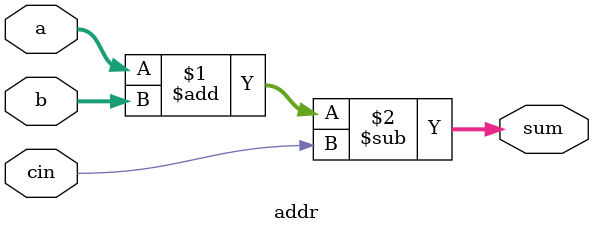
<source format=sv>
module addr #(parameter width = 4) (input logic signed [width-1:0]a,b,input logic signed cin, output logic signed [width-1:0]sum);

assign sum = a + b - cin ; 

endmodule 

</source>
